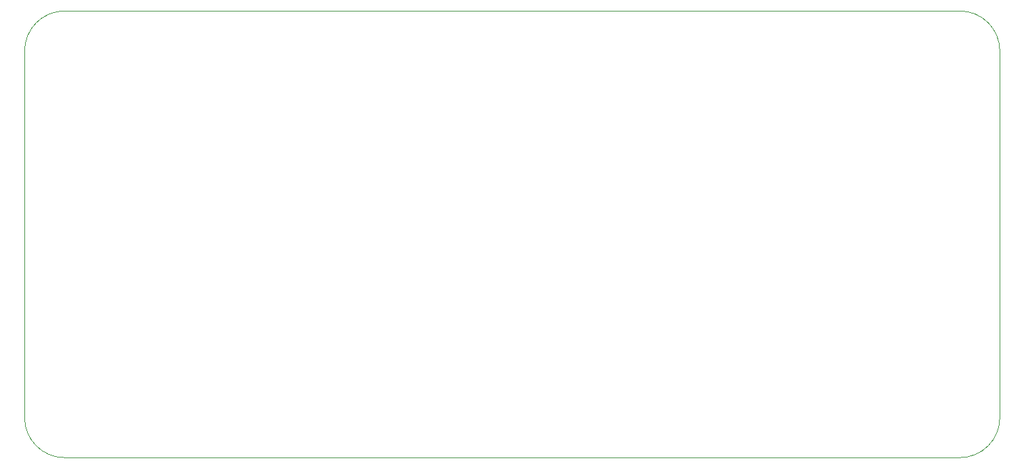
<source format=gbr>
%TF.GenerationSoftware,KiCad,Pcbnew,9.0.1-1.fc41*%
%TF.CreationDate,2025-04-10T23:58:53-07:00*%
%TF.ProjectId,Potentiostat KiCAD Prohject,506f7465-6e74-4696-9f73-746174204b69,rev?*%
%TF.SameCoordinates,Original*%
%TF.FileFunction,Profile,NP*%
%FSLAX46Y46*%
G04 Gerber Fmt 4.6, Leading zero omitted, Abs format (unit mm)*
G04 Created by KiCad (PCBNEW 9.0.1-1.fc41) date 2025-04-10 23:58:53*
%MOMM*%
%LPD*%
G01*
G04 APERTURE LIST*
%TA.AperFunction,Profile*%
%ADD10C,0.050000*%
%TD*%
G04 APERTURE END LIST*
D10*
X233760000Y-109220000D02*
X121840000Y-109220000D01*
X116840000Y-104220000D02*
X116840000Y-58340000D01*
X233760000Y-53340000D02*
G75*
G02*
X238760000Y-58340000I0J-5000000D01*
G01*
X238760000Y-58340000D02*
X238760000Y-104220000D01*
X121840000Y-109220000D02*
G75*
G02*
X116840000Y-104220000I0J5000000D01*
G01*
X121840000Y-53340000D02*
X233760000Y-53340000D01*
X238760000Y-104220000D02*
G75*
G02*
X233760000Y-109220000I-5000000J0D01*
G01*
X116840000Y-58340000D02*
G75*
G02*
X121840000Y-53340000I5000000J0D01*
G01*
M02*

</source>
